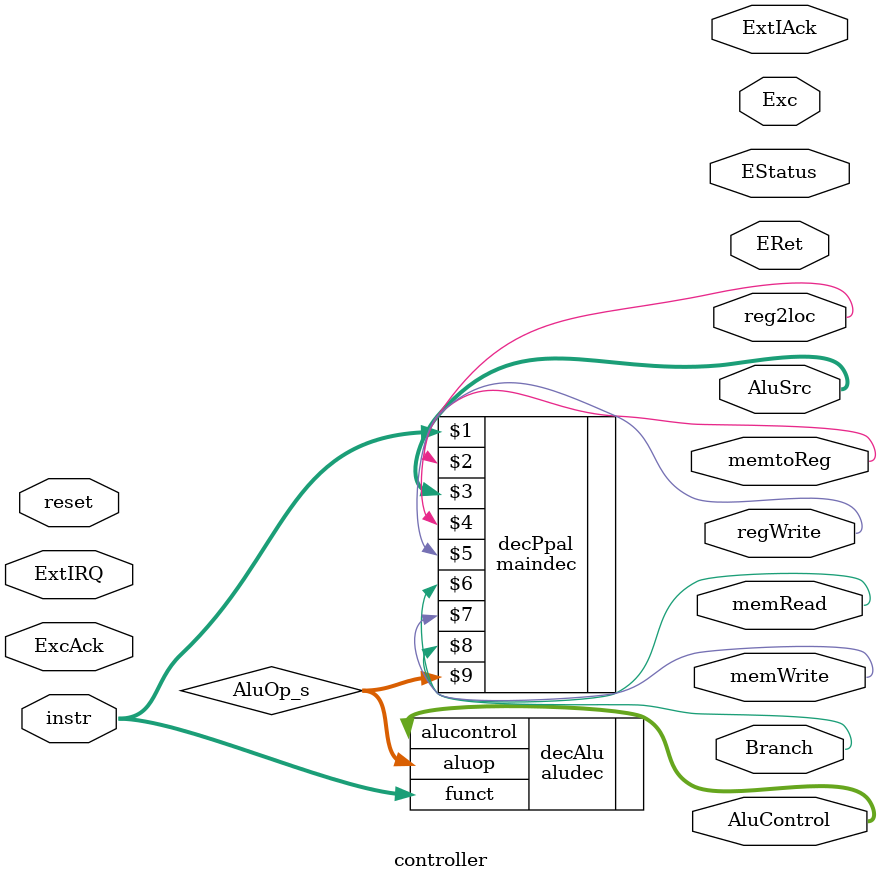
<source format=sv>

module controller(input logic [10:0] instr,
				input logic reset, ExtIRQ, ExcAck,
				output logic [3:0] AluControl, EStatus,
				output logic [1:0] AluSrc,
				output logic reg2loc, regWrite, Branch,
				memtoReg, memRead, memWrite, ERet, Exc, ExtIAck);
											
	logic [1:0] AluOp_s;
											
	maindec 	decPpal 	(instr, 
							reg2loc, 
							AluSrc, 
							memtoReg, 
							regWrite, 
							memRead,
							memWrite, 
							Branch, 
							AluOp_s);	
					
								
	aludec 	decAlu 	(.funct(instr), 
							.aluop(AluOp_s), 
							.alucontrol(AluControl));
			
endmodule

</source>
